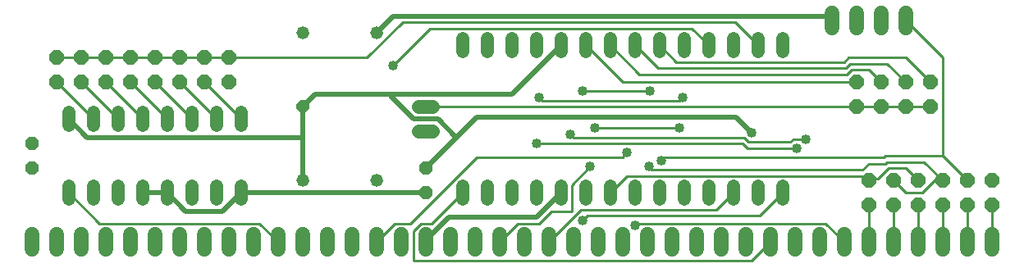
<source format=gtl>
G75*
%MOIN*%
%OFA0B0*%
%FSLAX24Y24*%
%IPPOS*%
%LPD*%
%AMOC8*
5,1,8,0,0,1.08239X$1,22.5*
%
%ADD10C,0.0600*%
%ADD11OC8,0.0600*%
%ADD12C,0.0520*%
%ADD13OC8,0.0520*%
%ADD14OC8,0.0515*%
%ADD15C,0.0520*%
%ADD16C,0.0560*%
%ADD17C,0.0200*%
%ADD18C,0.0100*%
%ADD19C,0.0400*%
D10*
X000680Y000880D02*
X000680Y001480D01*
X001680Y001480D02*
X001680Y000880D01*
X002680Y000880D02*
X002680Y001480D01*
X003680Y001480D02*
X003680Y000880D01*
X004680Y000880D02*
X004680Y001480D01*
X005680Y001480D02*
X005680Y000880D01*
X006680Y000880D02*
X006680Y001480D01*
X007680Y001480D02*
X007680Y000880D01*
X008680Y000880D02*
X008680Y001480D01*
X009680Y001480D02*
X009680Y000880D01*
X010680Y000880D02*
X010680Y001480D01*
X011680Y001480D02*
X011680Y000880D01*
X012680Y000880D02*
X012680Y001480D01*
X013680Y001480D02*
X013680Y000880D01*
X014680Y000880D02*
X014680Y001480D01*
X015680Y001480D02*
X015680Y000880D01*
X016680Y000880D02*
X016680Y001480D01*
X017680Y001480D02*
X017680Y000880D01*
X018680Y000880D02*
X018680Y001480D01*
X019680Y001480D02*
X019680Y000880D01*
X020680Y000880D02*
X020680Y001480D01*
X021680Y001480D02*
X021680Y000880D01*
X022680Y000880D02*
X022680Y001480D01*
X023680Y001480D02*
X023680Y000880D01*
X024680Y000880D02*
X024680Y001480D01*
X025680Y001480D02*
X025680Y000880D01*
X026680Y000880D02*
X026680Y001480D01*
X027680Y001480D02*
X027680Y000880D01*
X028680Y000880D02*
X028680Y001480D01*
X029680Y001480D02*
X029680Y000880D01*
X030680Y000880D02*
X030680Y001480D01*
X031680Y001480D02*
X031680Y000880D01*
X032680Y000880D02*
X032680Y001480D01*
X033680Y001480D02*
X033680Y000880D01*
X034680Y000880D02*
X034680Y001480D01*
X035680Y001480D02*
X035680Y000880D01*
X036680Y000880D02*
X036680Y001480D01*
X037680Y001480D02*
X037680Y000880D01*
X038680Y000880D02*
X038680Y001480D01*
X039680Y001480D02*
X039680Y000880D01*
X036180Y009880D02*
X036180Y010480D01*
X035180Y010480D02*
X035180Y009880D01*
X034180Y009880D02*
X034180Y010480D01*
X033180Y010480D02*
X033180Y009880D01*
D11*
X034180Y007680D03*
X035180Y007680D03*
X036180Y007680D03*
X037180Y007680D03*
X037180Y006680D03*
X036180Y006680D03*
X035180Y006680D03*
X034180Y006680D03*
X034680Y003680D03*
X035680Y003680D03*
X036680Y003680D03*
X037680Y003680D03*
X038680Y003680D03*
X039680Y003680D03*
X039680Y002680D03*
X038680Y002680D03*
X037680Y002680D03*
X036680Y002680D03*
X035680Y002680D03*
X034680Y002680D03*
X008680Y007680D03*
X007680Y007680D03*
X006680Y007680D03*
X005680Y007680D03*
X004680Y007680D03*
X003680Y007680D03*
X002680Y007680D03*
X001680Y007680D03*
X001680Y008680D03*
X002680Y008680D03*
X003680Y008680D03*
X004680Y008680D03*
X005680Y008680D03*
X006680Y008680D03*
X007680Y008680D03*
X008680Y008680D03*
D12*
X011680Y009680D03*
X014680Y009680D03*
X014680Y003680D03*
X011680Y003680D03*
D13*
X016680Y003180D03*
X016680Y004180D03*
X000680Y004180D03*
X000680Y005180D03*
D14*
X011680Y006680D03*
D15*
X009180Y006440D02*
X009180Y005920D01*
X008180Y005920D02*
X008180Y006440D01*
X007180Y006440D02*
X007180Y005920D01*
X006180Y005920D02*
X006180Y006440D01*
X005180Y006440D02*
X005180Y005920D01*
X004180Y005920D02*
X004180Y006440D01*
X003180Y006440D02*
X003180Y005920D01*
X002180Y005920D02*
X002180Y006440D01*
X002180Y003440D02*
X002180Y002920D01*
X003180Y002920D02*
X003180Y003440D01*
X004180Y003440D02*
X004180Y002920D01*
X005180Y002920D02*
X005180Y003440D01*
X006180Y003440D02*
X006180Y002920D01*
X007180Y002920D02*
X007180Y003440D01*
X008180Y003440D02*
X008180Y002920D01*
X009180Y002920D02*
X009180Y003440D01*
X018180Y003440D02*
X018180Y002920D01*
X019180Y002920D02*
X019180Y003440D01*
X020180Y003440D02*
X020180Y002920D01*
X021180Y002920D02*
X021180Y003440D01*
X022180Y003440D02*
X022180Y002920D01*
X023180Y002920D02*
X023180Y003440D01*
X024180Y003440D02*
X024180Y002920D01*
X025180Y002920D02*
X025180Y003440D01*
X026180Y003440D02*
X026180Y002920D01*
X027180Y002920D02*
X027180Y003440D01*
X028180Y003440D02*
X028180Y002920D01*
X029180Y002920D02*
X029180Y003440D01*
X030180Y003440D02*
X030180Y002920D01*
X031180Y002920D02*
X031180Y003440D01*
X031180Y008920D02*
X031180Y009440D01*
X030180Y009440D02*
X030180Y008920D01*
X029180Y008920D02*
X029180Y009440D01*
X028180Y009440D02*
X028180Y008920D01*
X027180Y008920D02*
X027180Y009440D01*
X026180Y009440D02*
X026180Y008920D01*
X025180Y008920D02*
X025180Y009440D01*
X024180Y009440D02*
X024180Y008920D01*
X023180Y008920D02*
X023180Y009440D01*
X022180Y009440D02*
X022180Y008920D01*
X021180Y008920D02*
X021180Y009440D01*
X020180Y009440D02*
X020180Y008920D01*
X019180Y008920D02*
X019180Y009440D01*
X018180Y009440D02*
X018180Y008920D01*
D16*
X016960Y006680D02*
X016400Y006680D01*
X016400Y005680D02*
X016960Y005680D01*
D17*
X017180Y006180D02*
X017930Y005430D01*
X018743Y006243D01*
X029305Y006243D01*
X029930Y005618D01*
X022180Y003180D02*
X021180Y002180D01*
X017618Y002180D01*
X016680Y001243D01*
X016680Y001180D01*
X016680Y003180D02*
X009180Y003180D01*
X008430Y002430D01*
X006930Y002430D01*
X006180Y003180D01*
X005180Y003180D01*
X011680Y003680D02*
X011680Y005430D01*
X002930Y005430D01*
X002180Y006180D01*
X011680Y006680D02*
X011680Y005430D01*
X011680Y006680D02*
X012180Y007180D01*
X015243Y007180D01*
X015243Y007118D01*
X016180Y006180D01*
X017180Y006180D01*
X017930Y005430D02*
X016680Y004180D01*
X015243Y007180D02*
X020180Y007180D01*
X022180Y009180D01*
X015368Y010368D02*
X014680Y009680D01*
X015368Y010368D02*
X032993Y010368D01*
X033180Y010180D01*
D18*
X036180Y010180D02*
X037680Y008680D01*
X037680Y004680D01*
X038680Y003680D01*
X037680Y003680D02*
X037493Y003805D01*
X036868Y003180D01*
X036180Y003180D01*
X035680Y003680D01*
X035493Y004180D02*
X035055Y003743D01*
X034680Y003743D01*
X034680Y003680D01*
X034493Y003868D01*
X024868Y003868D01*
X024180Y003180D01*
X023368Y004243D02*
X022618Y003493D01*
X022618Y002430D01*
X021805Y002430D01*
X021305Y001930D01*
X020430Y001930D01*
X019680Y001180D01*
X021680Y001180D02*
X022993Y002493D01*
X028493Y002493D01*
X029180Y003180D01*
X030243Y002243D02*
X031180Y003180D01*
X030243Y002243D02*
X023243Y002243D01*
X023055Y002055D01*
X025180Y001868D02*
X025243Y001930D01*
X032930Y001930D01*
X033680Y001180D01*
X034680Y001180D02*
X034680Y002680D01*
X035680Y002680D02*
X035680Y001180D01*
X036680Y001180D02*
X036680Y002680D01*
X037680Y002680D02*
X037680Y001180D01*
X038680Y001180D02*
X038680Y002680D01*
X039680Y002680D02*
X039680Y001180D01*
X037680Y003680D02*
X036930Y004430D01*
X035430Y004430D01*
X035368Y004368D01*
X034680Y004368D01*
X034430Y004118D01*
X025868Y004118D01*
X025743Y004243D01*
X026243Y004493D02*
X026368Y004618D01*
X035305Y004618D01*
X035368Y004680D01*
X037680Y004680D01*
X036680Y003680D02*
X036180Y004180D01*
X035493Y004180D01*
X031743Y004993D02*
X029743Y004993D01*
X029555Y005180D01*
X021180Y005180D01*
X022555Y005555D02*
X022680Y005430D01*
X029618Y005430D01*
X029805Y005243D01*
X031493Y005243D01*
X031618Y005368D01*
X032118Y005368D01*
X034180Y006680D02*
X016680Y006680D01*
X021305Y007055D02*
X021430Y006930D01*
X026993Y006930D01*
X027118Y007055D01*
X025805Y007305D02*
X023055Y007305D01*
X024680Y007680D02*
X034180Y007680D01*
X033805Y007993D02*
X033993Y008180D01*
X034680Y008180D01*
X035180Y007680D01*
X035430Y008430D02*
X036180Y007680D01*
X037180Y007680D02*
X036180Y008680D01*
X033868Y008680D01*
X033680Y008493D01*
X026868Y008493D01*
X026180Y009180D01*
X026118Y008243D02*
X025180Y009180D01*
X024180Y009180D02*
X025368Y007993D01*
X033805Y007993D01*
X033743Y008243D02*
X033930Y008430D01*
X035430Y008430D01*
X033743Y008243D02*
X026118Y008243D01*
X024680Y007680D02*
X023180Y009180D01*
X027493Y009868D02*
X016868Y009868D01*
X015368Y008368D01*
X014305Y008680D02*
X008680Y008680D01*
X007680Y008680D01*
X006680Y008680D01*
X005680Y008680D01*
X004680Y008680D01*
X003680Y008680D01*
X002680Y008680D01*
X001680Y008680D01*
X001680Y007680D02*
X003180Y006180D01*
X004180Y006180D02*
X002680Y007680D01*
X003680Y007680D02*
X005180Y006180D01*
X006180Y006180D02*
X004680Y007680D01*
X005680Y007680D02*
X007180Y006180D01*
X008180Y006180D02*
X006680Y007680D01*
X007680Y007680D02*
X009180Y006180D01*
X014305Y008680D02*
X015743Y010118D01*
X029243Y010118D01*
X030180Y009180D01*
X028180Y009180D02*
X027493Y009868D01*
X034180Y006680D02*
X035180Y006680D01*
X036180Y006680D01*
X037180Y006680D01*
X026993Y005805D02*
X023555Y005805D01*
X024680Y004618D02*
X024868Y004805D01*
X024680Y004618D02*
X018743Y004618D01*
X016055Y001930D01*
X015430Y001930D01*
X014680Y001180D01*
X016180Y001618D02*
X016180Y000430D01*
X029930Y000430D01*
X030680Y001180D01*
X018180Y003180D02*
X016930Y001930D01*
X016493Y001930D01*
X016180Y001618D01*
X010680Y001180D02*
X009930Y001930D01*
X003430Y001930D01*
X002180Y003180D01*
D19*
X015368Y008368D03*
X021305Y007055D03*
X023055Y007305D03*
X025805Y007305D03*
X027118Y007055D03*
X026993Y005805D03*
X029930Y005618D03*
X032118Y005368D03*
X031743Y004993D03*
X026243Y004493D03*
X025743Y004243D03*
X024868Y004805D03*
X023368Y004243D03*
X021180Y005180D03*
X022555Y005555D03*
X023555Y005805D03*
X023055Y002055D03*
X025180Y001868D03*
M02*

</source>
